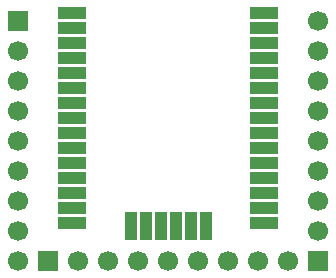
<source format=gbr>
G04 DipTrace 3.1.0.1*
G04 TopMask.gbr*
%MOIN*%
G04 #@! TF.FileFunction,Soldermask,Top*
G04 #@! TF.Part,Single*
%ADD50C,0.066929*%
%ADD52R,0.066929X0.066929*%
%ADD56R,0.097874X0.039874*%
%ADD58R,0.039874X0.097874*%
%FSLAX26Y26*%
G04*
G70*
G90*
G75*
G01*
G04 TopMask*
%LPD*%
D58*
X969882Y566929D3*
X919882D3*
X1019882D3*
X1069882D3*
X869882D3*
X819882D3*
D56*
X1265882Y577929D3*
X623882D3*
X1265882Y627929D3*
X623882D3*
X1265882Y677929D3*
Y727929D3*
Y777929D3*
Y827929D3*
Y877929D3*
X623882Y677929D3*
Y727929D3*
Y777929D3*
Y827929D3*
Y877929D3*
Y927929D3*
X1265882D3*
Y977929D3*
Y1027929D3*
Y1077929D3*
Y1127929D3*
Y1177929D3*
Y1227929D3*
Y1277929D3*
X623882Y977929D3*
Y1027929D3*
Y1077929D3*
Y1127929D3*
Y1177929D3*
Y1227929D3*
Y1277929D3*
D52*
X1444882Y448819D3*
D50*
Y548819D3*
Y648819D3*
Y748819D3*
Y848819D3*
Y948819D3*
Y1048819D3*
Y1148819D3*
Y1248819D3*
D52*
X444882D3*
D50*
Y1148819D3*
Y1048819D3*
Y948819D3*
Y848819D3*
Y748819D3*
Y648819D3*
Y548819D3*
Y448819D3*
D52*
X544882D3*
D50*
X644882D3*
X744882D3*
X844882D3*
X944882D3*
X1044882D3*
X1144882D3*
X1244882D3*
X1344882D3*
M02*

</source>
